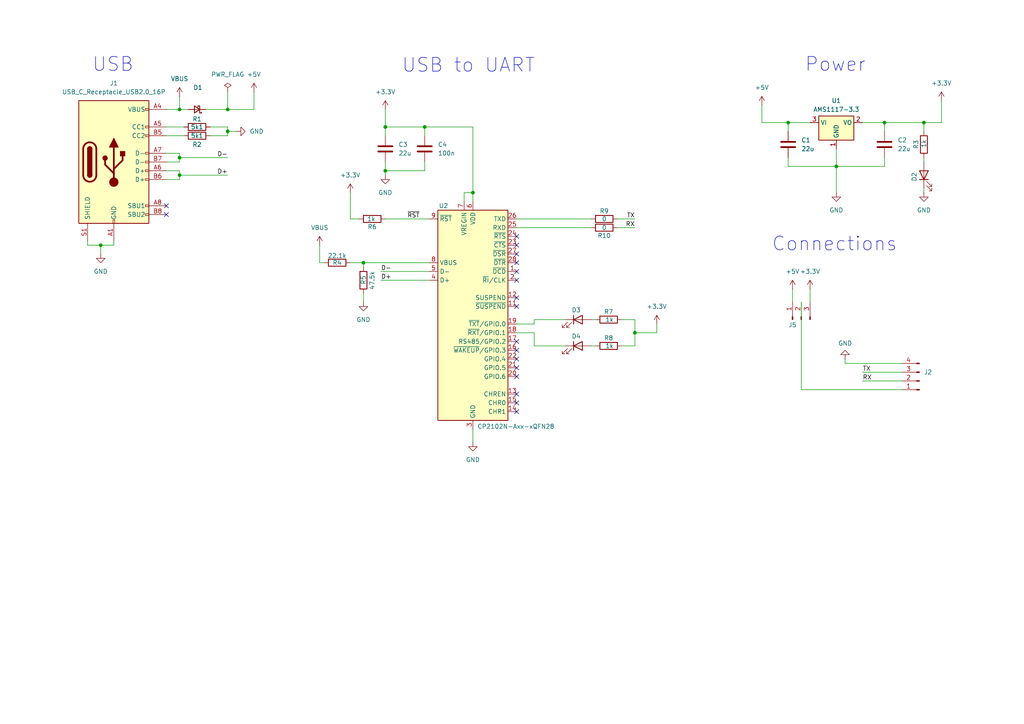
<source format=kicad_sch>
(kicad_sch (version 20250114) (generator "eeschema") (generator_version "9.0")
  (paper "A4")
  (lib_symbols
    (symbol "Connector:Conn_01x03_Pin" (pin_names (offset 1.016) (hide yes))
      (property "Reference" "J" (at 0 5.08 0))
      (property "Value" "Conn_01x03_Pin" (at 0 -5.08 0))
      (symbol "Conn_01x03_Pin_1_1"
        (rectangle (start 0.8636 2.667) (end 0 2.413) (stroke (width 0.1524)) (fill (type outline)))
        (rectangle (start 0.8636 0.127) (end 0 -0.127) (stroke (width 0.1524)) (fill (type outline)))
        (rectangle (start 0.8636 -2.413) (end 0 -2.667) (stroke (width 0.1524)) (fill (type outline)))
        (polyline (pts (xy 1.27 2.54) (xy 0.8636 2.54)) (stroke (width 0.1524)))
        (polyline (pts (xy 1.27 0) (xy 0.8636 0)) (stroke (width 0.1524)))
        (polyline (pts (xy 1.27 -2.54) (xy 0.8636 -2.54)) (stroke (width 0.1524)))
        (pin passive line (at 5.08 2.54 180) (length 3.81) (name "Pin_1") (number "1"))
        (pin passive line (at 5.08 0 180) (length 3.81) (name "Pin_2") (number "2"))
        (pin passive line (at 5.08 -2.54 180) (length 3.81) (name "Pin_3") (number "3"))
      )
    )
    (symbol "Connector:Conn_01x04_Pin" (pin_names (offset 1.016) (hide yes))
      (property "Reference" "J" (at 0 5.08 0))
      (property "Value" "Conn_01x04_Pin" (at 0 -7.62 0))
      (symbol "Conn_01x04_Pin_1_1"
        (rectangle (start 0.8636 2.667) (end 0 2.413) (stroke (width 0.1524)) (fill (type outline)))
        (rectangle (start 0.8636 0.127) (end 0 -0.127) (stroke (width 0.1524)) (fill (type outline)))
        (rectangle (start 0.8636 -2.413) (end 0 -2.667) (stroke (width 0.1524)) (fill (type outline)))
        (rectangle (start 0.8636 -4.953) (end 0 -5.207) (stroke (width 0.1524)) (fill (type outline)))
        (polyline (pts (xy 1.27 2.54) (xy 0.8636 2.54)) (stroke (width 0.1524)))
        (polyline (pts (xy 1.27 0) (xy 0.8636 0)) (stroke (width 0.1524)))
        (polyline (pts (xy 1.27 -2.54) (xy 0.8636 -2.54)) (stroke (width 0.1524)))
        (polyline (pts (xy 1.27 -5.08) (xy 0.8636 -5.08)) (stroke (width 0.1524)))
        (pin passive line (at 5.08 2.54 180) (length 3.81) (name "Pin_1") (number "1"))
        (pin passive line (at 5.08 0 180) (length 3.81) (name "Pin_2") (number "2"))
        (pin passive line (at 5.08 -2.54 180) (length 3.81) (name "Pin_3") (number "3"))
        (pin passive line (at 5.08 -5.08 180) (length 3.81) (name "Pin_4") (number "4"))
      )
    )
    (symbol "Connector:USB_C_Receptacle_USB2.0_16P" (pin_names (offset 1.016))
      (property "Reference" "J" (at 0 22.225 0))
      (property "Value" "USB_C_Receptacle_USB2.0_16P" (at 0 19.685 0))
      (symbol "USB_C_Receptacle_USB2.0_16P_0_0"
        (rectangle (start -0.254 -17.78) (end 0.254 -16.764))
        (rectangle (start 10.16 15.494) (end 9.144 14.986))
        (rectangle (start 10.16 10.414) (end 9.144 9.906))
        (rectangle (start 10.16 7.874) (end 9.144 7.366))
        (rectangle (start 10.16 2.794) (end 9.144 2.286))
        (rectangle (start 10.16 0.254) (end 9.144 -0.254))
        (rectangle (start 10.16 -2.286) (end 9.144 -2.794))
        (rectangle (start 10.16 -4.826) (end 9.144 -5.334))
        (rectangle (start 10.16 -12.446) (end 9.144 -12.954))
        (rectangle (start 10.16 -14.986) (end 9.144 -15.494))
      )
      (symbol "USB_C_Receptacle_USB2.0_16P_0_1"
        (rectangle (start -10.16 17.78) (end 10.16 -17.78) (stroke (width 0.254)) (fill (type background)))
        (polyline (pts (xy -8.89 -3.81) (xy -8.89 3.81)) (stroke (width 0.508)))
        (rectangle (start -7.62 -3.81) (end -6.35 3.81) (stroke (width 0.254)) (fill (type outline)))
        (arc (start -7.62 3.81) (mid -6.985 4.4423) (end -6.35 3.81) (stroke (width 0.254)))
        (arc (start -7.62 3.81) (mid -6.985 4.4423) (end -6.35 3.81) (stroke (width 0.254)) (fill (type outline)))
        (arc (start -8.89 3.81) (mid -6.985 5.7067) (end -5.08 3.81) (stroke (width 0.508)))
        (arc (start -5.08 -3.81) (mid -6.985 -5.7067) (end -8.89 -3.81) (stroke (width 0.508)))
        (arc (start -6.35 -3.81) (mid -6.985 -4.4423) (end -7.62 -3.81) (stroke (width 0.254)))
        (arc (start -6.35 -3.81) (mid -6.985 -4.4423) (end -7.62 -3.81) (stroke (width 0.254)) (fill (type outline)))
        (polyline (pts (xy -5.08 3.81) (xy -5.08 -3.81)) (stroke (width 0.508)))
        (circle (center -2.54 1.143) (radius 0.635) (stroke (width 0.254)) (fill (type outline)))
        (polyline (pts (xy -1.27 4.318) (xy 0 6.858) (xy 1.27 4.318) (xy -1.27 4.318)) (stroke (width 0.254)) (fill (type outline)))
        (polyline (pts (xy 0 -2.032) (xy 2.54 0.508) (xy 2.54 1.778)) (stroke (width 0.508)))
        (polyline (pts (xy 0 -3.302) (xy -2.54 -0.762) (xy -2.54 0.508)) (stroke (width 0.508)))
        (polyline (pts (xy 0 -5.842) (xy 0 4.318)) (stroke (width 0.508)))
        (circle (center 0 -5.842) (radius 1.27) (fill (type outline)))
        (rectangle (start 1.905 1.778) (end 3.175 3.048) (stroke (width 0.254)) (fill (type outline)))
      )
      (symbol "USB_C_Receptacle_USB2.0_16P_1_1"
        (pin passive line (at -7.62 -22.86 90) (length 5.08) (name "SHIELD") (number "S1"))
        (pin passive line (at 0 -22.86 90) (length 5.08) (name "GND") (number "A1"))
        (pin passive line (at 0 -22.86 90) (length 5.08) (hide yes) (name "GND") (number "A12"))
        (pin passive line (at 0 -22.86 90) (length 5.08) (hide yes) (name "GND") (number "B1"))
        (pin passive line (at 0 -22.86 90) (length 5.08) (hide yes) (name "GND") (number "B12"))
        (pin passive line (at 15.24 15.24 180) (length 5.08) (name "VBUS") (number "A4"))
        (pin passive line (at 15.24 15.24 180) (length 5.08) (hide yes) (name "VBUS") (number "A9"))
        (pin passive line (at 15.24 15.24 180) (length 5.08) (hide yes) (name "VBUS") (number "B4"))
        (pin passive line (at 15.24 15.24 180) (length 5.08) (hide yes) (name "VBUS") (number "B9"))
        (pin bidirectional line (at 15.24 10.16 180) (length 5.08) (name "CC1") (number "A5"))
        (pin bidirectional line (at 15.24 7.62 180) (length 5.08) (name "CC2") (number "B5"))
        (pin bidirectional line (at 15.24 2.54 180) (length 5.08) (name "D-") (number "A7"))
        (pin bidirectional line (at 15.24 0 180) (length 5.08) (name "D-") (number "B7"))
        (pin bidirectional line (at 15.24 -2.54 180) (length 5.08) (name "D+") (number "A6"))
        (pin bidirectional line (at 15.24 -5.08 180) (length 5.08) (name "D+") (number "B6"))
        (pin bidirectional line (at 15.24 -12.7 180) (length 5.08) (name "SBU1") (number "A8"))
        (pin bidirectional line (at 15.24 -15.24 180) (length 5.08) (name "SBU2") (number "B8"))
      )
    )
    (symbol "Device:C" (pin_numbers (hide yes)) (pin_names (offset 0.254))
      (property "Reference" "C" (at 0.635 2.54 0))
      (property "Value" "C" (at 0.635 -2.54 0))
      (symbol "C_0_1"
        (polyline (pts (xy -2.032 0.762) (xy 2.032 0.762)) (stroke (width 0.508)))
        (polyline (pts (xy -2.032 -0.762) (xy 2.032 -0.762)) (stroke (width 0.508)))
      )
      (symbol "C_1_1"
        (pin passive line (at 0 3.81 270) (length 2.794) (name "~") (number "1"))
        (pin passive line (at 0 -3.81 90) (length 2.794) (name "~") (number "2"))
      )
    )
    (symbol "Device:D_Schottky_Small" (pin_numbers (hide yes)) (pin_names (offset 0.254) (hide yes))
      (property "Reference" "D" (at -1.27 2.032 0))
      (property "Value" "D_Schottky_Small" (at -7.112 -2.032 0))
      (symbol "D_Schottky_Small_0_1"
        (polyline (pts (xy -1.27 0.762) (xy -1.27 1.016) (xy -0.762 1.016) (xy -0.762 -1.016) (xy -0.254 -1.016) (xy -0.254 -0.762)) (stroke (width 0.254)))
        (polyline (pts (xy -0.762 0) (xy 0.762 0)))
        (polyline (pts (xy 0.762 -1.016) (xy -0.762 0) (xy 0.762 1.016) (xy 0.762 -1.016)) (stroke (width 0.254)))
      )
      (symbol "D_Schottky_Small_1_1"
        (pin passive line (at -2.54 0 0) (length 1.778) (name "K") (number "1"))
        (pin passive line (at 2.54 0 180) (length 1.778) (name "A") (number "2"))
      )
    )
    (symbol "Device:R" (pin_numbers (hide yes)) (pin_names (offset 0))
      (property "Reference" "R" (at 2.032 0 90))
      (property "Value" "R" (at 0 0 90))
      (symbol "R_0_1"
        (rectangle (start -1.016 -2.54) (end 1.016 2.54) (stroke (width 0.254)))
      )
      (symbol "R_1_1"
        (pin passive line (at 0 3.81 270) (length 1.27) (name "~") (number "1"))
        (pin passive line (at 0 -3.81 90) (length 1.27) (name "~") (number "2"))
      )
    )
    (symbol "GND_2" (power) (pin_numbers (hide yes)) (pin_names (offset 0) (hide yes))
      (property "Value" "GND" (at 0 -3.81 0))
      (symbol "GND_2_0_1"
        (polyline (pts (xy 0 0) (xy 0 -1.27) (xy 1.27 -1.27) (xy 0 -2.54) (xy -1.27 -1.27) (xy 0 -1.27)))
      )
      (symbol "GND_2_1_1"
        (pin power_in line (at 0 0 270) (length 0) (name "~") (number "1"))
      )
    )
    (symbol "HomeLabIO:LED" (pin_numbers (hide yes)) (pin_names (hide yes))
      (property "Reference" "D" (at 0 2.54 0))
      (property "Value" "LED" (at 0 -2.54 0))
      (symbol "LED_0_1"
        (polyline (pts (xy -3.048 -0.762) (xy -4.572 -2.286) (xy -3.81 -2.286) (xy -4.572 -2.286) (xy -4.572 -1.524)))
        (polyline (pts (xy -1.778 -0.762) (xy -3.302 -2.286) (xy -2.54 -2.286) (xy -3.302 -2.286) (xy -3.302 -1.524)))
        (polyline (pts (xy -1.27 0) (xy 1.27 0)))
        (polyline (pts (xy -1.27 -1.27) (xy -1.27 1.27)) (stroke (width 0.254)))
        (polyline (pts (xy 1.27 -1.27) (xy 1.27 1.27) (xy -1.27 0) (xy 1.27 -1.27)) (stroke (width 0.254)))
      )
      (symbol "LED_1_1"
        (pin passive line (at -3.81 0 0) (length 2.54) (name "K") (number "1"))
        (pin passive line (at 3.81 0 180) (length 2.54) (name "A") (number "2"))
      )
    )
    (symbol "HomeLabIO:R" (pin_numbers (hide yes)) (pin_names (offset 0))
      (property "Reference" "R" (at 2.032 0 90))
      (property "Value" "R" (at 0 0 90))
      (symbol "R_0_1"
        (rectangle (start -1.016 -2.54) (end 1.016 2.54) (stroke (width 0.254)))
      )
      (symbol "R_1_1"
        (pin passive line (at 0 3.81 270) (length 1.27) (name "~") (number "1"))
        (pin passive line (at 0 -3.81 90) (length 1.27) (name "~") (number "2"))
      )
    )
    (symbol "Interface_USB:CP2102N-Axx-xQFN28"
      (property "Reference" "U" (at -8.89 31.75 0))
      (property "Value" "CP2102N-Axx-xQFN28" (at 12.7 31.75 0))
      (symbol "CP2102N-Axx-xQFN28_0_1"
        (rectangle (start -10.16 30.48) (end 10.16 -30.48) (stroke (width 0.254)) (fill (type background)))
      )
      (symbol "CP2102N-Axx-xQFN28_1_1"
        (pin input line (at -12.7 27.94 0) (length 2.54) (name "~{RST}") (number "9"))
        (pin input line (at -12.7 15.24 0) (length 2.54) (name "VBUS") (number "8"))
        (pin bidirectional line (at -12.7 12.7 0) (length 2.54) (name "D-") (number "5"))
        (pin bidirectional line (at -12.7 10.16 0) (length 2.54) (name "D+") (number "4"))
        (pin no_connect line (at -10.16 -27.94 0) (length 2.54) (hide yes) (name "NC") (number "10"))
        (pin power_in line (at -2.54 33.02 270) (length 2.54) (name "VREGIN") (number "7"))
        (pin power_in line (at 0 33.02 270) (length 2.54) (name "VDD") (number "6"))
        (pin passive line (at 0 -33.02 90) (length 2.54) (hide yes) (name "GND") (number "29"))
        (pin power_in line (at 0 -33.02 90) (length 2.54) (name "GND") (number "3"))
        (pin output line (at 12.7 27.94 180) (length 2.54) (name "TXD") (number "26"))
        (pin input line (at 12.7 25.4 180) (length 2.54) (name "RXD") (number "25"))
        (pin output line (at 12.7 22.86 180) (length 2.54) (name "~{RTS}") (number "24"))
        (pin input line (at 12.7 20.32 180) (length 2.54) (name "~{CTS}") (number "23"))
        (pin input line (at 12.7 17.78 180) (length 2.54) (name "~{DSR}") (number "27"))
        (pin output line (at 12.7 15.24 180) (length 2.54) (name "~{DTR}") (number "28"))
        (pin input line (at 12.7 12.7 180) (length 2.54) (name "~{DCD}") (number "1"))
        (pin bidirectional line (at 12.7 10.16 180) (length 2.54) (name "~{RI}/CLK") (number "2"))
        (pin output line (at 12.7 5.08 180) (length 2.54) (name "SUSPEND") (number "12"))
        (pin output line (at 12.7 2.54 180) (length 2.54) (name "~{SUSPEND}") (number "11"))
        (pin bidirectional line (at 12.7 -2.54 180) (length 2.54) (name "~{TXT}/GPIO.0") (number "19"))
        (pin bidirectional line (at 12.7 -5.08 180) (length 2.54) (name "~{RXT}/GPIO.1") (number "18"))
        (pin bidirectional line (at 12.7 -7.62 180) (length 2.54) (name "RS485/GPIO.2") (number "17"))
        (pin bidirectional line (at 12.7 -10.16 180) (length 2.54) (name "~{WAKEUP}/GPIO.3") (number "16"))
        (pin bidirectional line (at 12.7 -12.7 180) (length 2.54) (name "GPIO.4") (number "22"))
        (pin bidirectional line (at 12.7 -15.24 180) (length 2.54) (name "GPIO.5") (number "21"))
        (pin bidirectional line (at 12.7 -17.78 180) (length 2.54) (name "GPIO.6") (number "20"))
        (pin output line (at 12.7 -22.86 180) (length 2.54) (name "CHREN") (number "13"))
        (pin output line (at 12.7 -25.4 180) (length 2.54) (name "CHR0") (number "15"))
        (pin output line (at 12.7 -27.94 180) (length 2.54) (name "CHR1") (number "14"))
      )
    )
    (symbol "Regulator_Linear:AMS1117-3.3"
      (property "Reference" "U" (at -3.81 3.175 0))
      (property "Value" "AMS1117-3.3" (at 0 3.175 0))
      (symbol "AMS1117-3.3_0_1"
        (rectangle (start -5.08 -5.08) (end 5.08 1.905) (stroke (width 0.254)) (fill (type background)))
      )
      (symbol "AMS1117-3.3_1_1"
        (pin power_in line (at -7.62 0 0) (length 2.54) (name "VI") (number "3"))
        (pin power_in line (at 0 -7.62 90) (length 2.54) (name "GND") (number "1"))
        (pin power_out line (at 7.62 0 180) (length 2.54) (name "VO") (number "2"))
      )
    )
    (symbol "power:+3.3V" (power) (pin_numbers (hide yes)) (pin_names (offset 0) (hide yes))
      (property "Value" "+3.3V" (at 0 3.556 0))
      (symbol "+3.3V_0_1"
        (polyline (pts (xy -0.762 1.27) (xy 0 2.54)))
        (polyline (pts (xy 0 2.54) (xy 0.762 1.27)))
        (polyline (pts (xy 0 0) (xy 0 2.54)))
      )
      (symbol "+3.3V_1_1"
        (pin power_in line (at 0 0 90) (length 0) (name "~") (number "1"))
      )
    )
    (symbol "power:+5V" (power) (pin_numbers (hide yes)) (pin_names (offset 0) (hide yes))
      (property "Value" "+5V" (at 0 3.556 0))
      (symbol "+5V_0_1"
        (polyline (pts (xy -0.762 1.27) (xy 0 2.54)))
        (polyline (pts (xy 0 2.54) (xy 0.762 1.27)))
        (polyline (pts (xy 0 0) (xy 0 2.54)))
      )
      (symbol "+5V_1_1"
        (pin power_in line (at 0 0 90) (length 0) (name "~") (number "1"))
      )
    )
    (symbol "power:GND" (power) (pin_numbers (hide yes)) (pin_names (offset 0) (hide yes))
      (property "Value" "GND" (at 0 -3.81 0))
      (symbol "GND_0_1"
        (polyline (pts (xy 0 0) (xy 0 -1.27) (xy 1.27 -1.27) (xy 0 -2.54) (xy -1.27 -1.27) (xy 0 -1.27)))
      )
      (symbol "GND_1_1"
        (pin power_in line (at 0 0 270) (length 0) (name "~") (number "1"))
      )
    )
    (symbol "power:PWR_FLAG" (power) (pin_numbers (hide yes)) (pin_names (offset 0) (hide yes))
      (property "Value" "PWR_FLAG" (at 0 3.81 0))
      (symbol "PWR_FLAG_0_0"
        (pin power_out line (at 0 0 90) (length 0) (name "~") (number "1"))
      )
      (symbol "PWR_FLAG_0_1"
        (polyline (pts (xy 0 0) (xy 0 1.27) (xy -1.016 1.905) (xy 0 2.54) (xy 1.016 1.905) (xy 0 1.27)))
      )
    )
    (symbol "power:VBUS" (power) (pin_numbers (hide yes)) (pin_names (offset 0) (hide yes))
      (property "Value" "VBUS" (at 0 3.556 0))
      (symbol "VBUS_0_1"
        (polyline (pts (xy -0.762 1.27) (xy 0 2.54)))
        (polyline (pts (xy 0 2.54) (xy 0.762 1.27)))
        (polyline (pts (xy 0 0) (xy 0 2.54)))
      )
      (symbol "VBUS_1_1"
        (pin power_in line (at 0 0 90) (length 0) (name "~") (number "1"))
      )
    )
  )
  (text "Connections" (at 242.062 70.866 0) (effects (font (size 4 4))))
  (text "USB" (at 32.766 18.796 0) (effects (font (size 4 4))))
  (text "Power" (at 242.316 18.796 0) (effects (font (size 4 4))))
  (text "USB to UART" (at 135.89 19.05 0) (effects (font (size 4 4))))
  (junction (at 123.19 36.83))
  (junction (at 111.76 49.53))
  (junction (at 184.15 96.52))
  (junction (at 52.07 50.8))
  (junction (at 29.21 71.12))
  (junction (at 66.04 38.1))
  (junction (at 111.76 36.83))
  (junction (at 267.97 35.56))
  (junction (at 105.41 76.2))
  (junction (at 242.57 48.26))
  (junction (at 66.04 31.75))
  (junction (at 137.16 55.88))
  (junction (at 52.07 31.75))
  (junction (at 256.54 35.56))
  (junction (at 52.07 45.72))
  (junction (at 228.6 35.56))
  (no_connect (at 149.86 71.12))
  (no_connect (at 149.86 101.6))
  (no_connect (at 149.86 99.06))
  (no_connect (at 149.86 104.14))
  (no_connect (at 149.86 119.38))
  (no_connect (at 149.86 73.66))
  (no_connect (at 149.86 114.3))
  (no_connect (at 149.86 68.58))
  (no_connect (at 149.86 116.84))
  (no_connect (at 149.86 78.74))
  (no_connect (at 149.86 76.2))
  (no_connect (at 48.26 62.23))
  (no_connect (at 48.26 59.69))
  (no_connect (at 149.86 81.28))
  (no_connect (at 149.86 109.22))
  (no_connect (at 149.86 88.9))
  (no_connect (at 149.86 86.36))
  (no_connect (at 149.86 106.68))
  (wire (pts (xy 228.6 35.56) (xy 228.6 38.1)))
  (wire (pts (xy 256.54 35.56) (xy 256.54 38.1)))
  (wire (pts (xy 66.04 39.37) (xy 66.04 38.1)))
  (wire (pts (xy 228.6 45.72) (xy 228.6 48.26)))
  (wire (pts (xy 149.86 96.52) (xy 154.94 96.52)))
  (wire (pts (xy 29.21 71.12) (xy 33.02 71.12)))
  (wire (pts (xy 110.49 78.74) (xy 124.46 78.74)))
  (wire (pts (xy 92.71 71.12) (xy 92.71 76.2)))
  (wire (pts (xy 220.98 35.56) (xy 228.6 35.56)))
  (wire (pts (xy 232.41 87.63) (xy 232.41 113.03)))
  (wire (pts (xy 48.26 49.53) (xy 52.07 49.53)))
  (wire (pts (xy 232.41 113.03) (xy 261.62 113.03)))
  (wire (pts (xy 52.07 45.72) (xy 66.04 45.72)))
  (wire (pts (xy 245.11 104.14) (xy 245.11 105.41)))
  (wire (pts (xy 180.34 92.71) (xy 184.15 92.71)))
  (wire (pts (xy 52.07 45.72) (xy 52.07 46.99)))
  (wire (pts (xy 111.76 36.83) (xy 123.19 36.83)))
  (wire (pts (xy 134.62 58.42) (xy 134.62 55.88)))
  (wire (pts (xy 52.07 52.07) (xy 48.26 52.07)))
  (wire (pts (xy 59.69 31.75) (xy 66.04 31.75)))
  (wire (pts (xy 229.87 83.82) (xy 229.87 87.63)))
  (wire (pts (xy 105.41 76.2) (xy 105.41 77.47)))
  (wire (pts (xy 33.02 69.85) (xy 33.02 71.12)))
  (wire (pts (xy 149.86 66.04) (xy 171.45 66.04)))
  (wire (pts (xy 179.07 63.5) (xy 184.15 63.5)))
  (wire (pts (xy 273.05 35.56) (xy 273.05 29.21)))
  (wire (pts (xy 111.76 49.53) (xy 111.76 50.8)))
  (wire (pts (xy 48.26 39.37) (xy 53.34 39.37)))
  (wire (pts (xy 93.98 76.2) (xy 92.71 76.2)))
  (wire (pts (xy 184.15 92.71) (xy 184.15 96.52)))
  (wire (pts (xy 256.54 45.72) (xy 256.54 48.26)))
  (wire (pts (xy 66.04 36.83) (xy 66.04 38.1)))
  (wire (pts (xy 228.6 48.26) (xy 242.57 48.26)))
  (wire (pts (xy 242.57 43.18) (xy 242.57 48.26)))
  (wire (pts (xy 52.07 31.75) (xy 54.61 31.75)))
  (wire (pts (xy 171.45 92.71) (xy 172.72 92.71)))
  (wire (pts (xy 184.15 100.33) (xy 184.15 96.52)))
  (wire (pts (xy 111.76 31.75) (xy 111.76 36.83)))
  (wire (pts (xy 29.21 71.12) (xy 29.21 73.66)))
  (wire (pts (xy 25.4 71.12) (xy 25.4 69.85)))
  (wire (pts (xy 250.19 107.95) (xy 261.62 107.95)))
  (wire (pts (xy 154.94 100.33) (xy 163.83 100.33)))
  (wire (pts (xy 52.07 50.8) (xy 52.07 52.07)))
  (wire (pts (xy 25.4 71.12) (xy 29.21 71.12)))
  (wire (pts (xy 48.26 31.75) (xy 52.07 31.75)))
  (wire (pts (xy 267.97 54.61) (xy 267.97 55.88)))
  (wire (pts (xy 171.45 100.33) (xy 172.72 100.33)))
  (wire (pts (xy 137.16 124.46) (xy 137.16 128.27)))
  (wire (pts (xy 137.16 58.42) (xy 137.16 55.88)))
  (wire (pts (xy 250.19 110.49) (xy 261.62 110.49)))
  (wire (pts (xy 104.14 63.5) (xy 101.6 63.5)))
  (wire (pts (xy 245.11 105.41) (xy 261.62 105.41)))
  (wire (pts (xy 123.19 49.53) (xy 111.76 49.53)))
  (wire (pts (xy 267.97 35.56) (xy 267.97 38.1)))
  (wire (pts (xy 52.07 49.53) (xy 52.07 50.8)))
  (wire (pts (xy 180.34 100.33) (xy 184.15 100.33)))
  (wire (pts (xy 242.57 48.26) (xy 256.54 48.26)))
  (wire (pts (xy 111.76 46.99) (xy 111.76 49.53)))
  (wire (pts (xy 220.98 30.48) (xy 220.98 35.56)))
  (wire (pts (xy 110.49 81.28) (xy 124.46 81.28)))
  (wire (pts (xy 154.94 96.52) (xy 154.94 100.33)))
  (wire (pts (xy 228.6 35.56) (xy 234.95 35.56)))
  (wire (pts (xy 101.6 55.88) (xy 101.6 63.5)))
  (wire (pts (xy 73.66 31.75) (xy 66.04 31.75)))
  (wire (pts (xy 250.19 35.56) (xy 256.54 35.56)))
  (wire (pts (xy 137.16 36.83) (xy 123.19 36.83)))
  (wire (pts (xy 190.5 93.98) (xy 190.5 96.52)))
  (wire (pts (xy 48.26 36.83) (xy 53.34 36.83)))
  (wire (pts (xy 154.94 92.71) (xy 163.83 92.71)))
  (wire (pts (xy 123.19 46.99) (xy 123.19 49.53)))
  (wire (pts (xy 179.07 66.04) (xy 184.15 66.04)))
  (wire (pts (xy 111.76 63.5) (xy 124.46 63.5)))
  (wire (pts (xy 105.41 76.2) (xy 124.46 76.2)))
  (wire (pts (xy 123.19 36.83) (xy 123.19 39.37)))
  (wire (pts (xy 242.57 48.26) (xy 242.57 55.88)))
  (wire (pts (xy 73.66 26.67) (xy 73.66 31.75)))
  (wire (pts (xy 68.58 38.1) (xy 66.04 38.1)))
  (wire (pts (xy 149.86 93.98) (xy 154.94 93.98)))
  (wire (pts (xy 66.04 26.67) (xy 66.04 31.75)))
  (wire (pts (xy 234.95 83.82) (xy 234.95 87.63)))
  (wire (pts (xy 256.54 35.56) (xy 267.97 35.56)))
  (wire (pts (xy 184.15 96.52) (xy 190.5 96.52)))
  (wire (pts (xy 267.97 46.99) (xy 267.97 45.72)))
  (wire (pts (xy 60.96 39.37) (xy 66.04 39.37)))
  (wire (pts (xy 101.6 76.2) (xy 105.41 76.2)))
  (wire (pts (xy 111.76 36.83) (xy 111.76 39.37)))
  (wire (pts (xy 52.07 46.99) (xy 48.26 46.99)))
  (wire (pts (xy 105.41 85.09) (xy 105.41 87.63)))
  (wire (pts (xy 149.86 63.5) (xy 171.45 63.5)))
  (wire (pts (xy 48.26 44.45) (xy 52.07 44.45)))
  (wire (pts (xy 52.07 50.8) (xy 66.04 50.8)))
  (wire (pts (xy 134.62 55.88) (xy 137.16 55.88)))
  (wire (pts (xy 52.07 44.45) (xy 52.07 45.72)))
  (wire (pts (xy 52.07 27.94) (xy 52.07 31.75)))
  (wire (pts (xy 154.94 93.98) (xy 154.94 92.71)))
  (wire (pts (xy 60.96 36.83) (xy 66.04 36.83)))
  (wire (pts (xy 267.97 35.56) (xy 273.05 35.56)))
  (wire (pts (xy 137.16 55.88) (xy 137.16 36.83)))
  (label "TX" (at 184.15 63.5 180))
  (label "D-" (at 66.04 45.72 180))
  (label "~{RST}" (at 118.11 63.5 0))
  (label "D+" (at 110.49 81.28 0))
  (label "D+" (at 66.04 50.8 180))
  (label "TX" (at 250.19 107.95 0))
  (label "RX" (at 250.19 110.49 0))
  (label "RX" (at 184.15 66.04 180))
  (label "D-" (at 110.49 78.74 0))
  (symbol (lib_id "power:+3.3V") (at 234.95 83.82 0) (unit 1)
    (property "Reference" "#PWR013" (effects (hide yes)))
    (property "Value" "+3.3V" (at 234.95 78.74 0))
    (property "Description" "Power symbol creates a global label with name \"+3.3V\"" (effects (hide yes)))
  )
  (symbol (lib_id "Device:C") (at 256.54 41.91 0) (unit 1)
    (property "Reference" "C2" (at 260.35 40.6399 0) (effects (justify left)))
    (property "Value" "22u" (at 260.35 43.1799 0) (effects (justify left)))
    (property "Footprint" "Capacitor_SMD:C_0603_1608Metric" (effects (hide yes)))
    (property "Datasheet" "https://jlcpcb.com/api/file/downloadByFileSystemAccessId/8555544417670705152" (effects (hide yes)))
    (property "Description" "6.3V 22uF X5R ±20% 0603 Multilayer Ceramic Capacitors MLCC - SMD/SMT ROHS" (effects (hide yes)))
    (property "Manufacturer" "Samsung Electro-Mechanics" (effects (hide yes)))
    (property "MPN" "CL10A226MQ8NRNC" (effects (hide yes)))
    (property "JLCPCB Part #" "C59461" (effects (hide yes)))
  )
  (symbol (lib_id "power:GND") (at 245.11 104.14 180) (unit 1)
    (property "Reference" "#PWR015" (effects (hide yes)))
    (property "Value" "GND" (at 243.078 99.568 0) (effects (justify right)))
    (property "Description" "Power symbol creates a global label with name \"GND\" , ground" (effects (hide yes)))
  )
  (symbol (lib_id "power:PWR_FLAG") (at 66.04 26.67 0) (unit 1)
    (property "Reference" "#FLG01" (effects (hide yes)))
    (property "Value" "PWR_FLAG" (at 66.04 21.59 0))
    (property "Description" "Special symbol for telling ERC where power comes from" (effects (hide yes)))
  )
  (symbol (lib_id "power:GND") (at 68.58 38.1 90) (unit 1)
    (property "Reference" "#PWR06" (effects (hide yes)))
    (property "Value" "GND" (at 72.39 38.0999 90) (effects (justify right)))
    (property "Description" "Power symbol creates a global label with name \"GND\" , ground" (effects (hide yes)))
  )
  (symbol (lib_id "power:+3.3V") (at 190.5 93.98 0) (unit 1)
    (property "Reference" "#PWR018" (effects (hide yes)))
    (property "Value" "+3.3V" (at 190.5 88.9 0))
    (property "Description" "Power symbol creates a global label with name \"+3.3V\"" (effects (hide yes)))
  )
  (symbol (lib_id "HomeLabIO:R") (at 175.26 66.04 270) (unit 1)
    (property "Reference" "R10" (at 175.26 68.326 90))
    (property "Value" "0" (at 175.26 66.04 90))
    (property "Footprint" "Resistor_SMD:R_0402_1005Metric" (effects (hide yes)))
    (property "Datasheet" "https://jlcpcb.com/api/file/downloadByFileSystemAccessId/8588884002644643840" (effects (hide yes)))
    (property "Description" "62.5mW Thick Film Resistors 50V ±5% 0Ω 0402 Chip Resistor - Surface Mount ROHS" (effects (hide yes)))
    (property "Manufacturer" "YAGEO" (effects (hide yes)))
    (property "MPN" "RC0402JR-070RL" (effects (hide yes)))
    (property "JLCPCB Part #" "C60485" (effects (hide yes)))
  )
  (symbol (lib_id "power:GND") (at 29.21 73.66 0) (unit 1)
    (property "Reference" "#PWR010" (effects (hide yes)))
    (property "Value" "GND" (at 29.21 78.74 0))
    (property "Description" "Power symbol creates a global label with name \"GND\" , ground" (effects (hide yes)))
  )
  (symbol (lib_id "HomeLabIO:R") (at 267.97 41.91 180) (unit 1)
    (property "Reference" "R3" (at 265.684 41.91 90))
    (property "Value" "1k" (at 267.97 41.656 90))
    (property "Footprint" "Resistor_SMD:R_0402_1005Metric" (effects (hide yes)))
    (property "Datasheet" "https://www.lcsc.com/datasheet/lcsc_datasheet_2304140030_KOA-Speer-Elec-RK73H1ETTP1001F_C131360.pdf" (effects (hide yes)))
    (property "Description" "100mW Thick Film Resistors 75V ±100ppm/℃ ±1% 1kΩ 0402 Chip Resistor - Surface Mount ROHS" (effects (hide yes)))
    (property "MPN" "RK73H1ETTP1001F" (effects (hide yes)))
    (property "Manufacturer" "KOA Speer Elec" (effects (hide yes)))
    (property "JLCPCB Part #" "C131360" (effects (hide yes)))
  )
  (symbol (lib_id "Device:D_Schottky_Small") (at 57.15 31.75 180) (unit 1)
    (property "Reference" "D1" (at 57.404 25.4 0))
    (property "Value" "D_Schottky_Small" (effects (hide yes)))
    (property "Footprint" "Diode_SMD:D_SOD-323" (effects (hide yes)))
    (property "Datasheet" "https://jlcpcb.com/api/file/downloadByFileSystemAccessId/8586186112896782336" (effects (hide yes)))
    (property "Description" "30V 550mV@1A 1A SOD-323 Schottky Diodes ROHS" (effects (hide yes)))
    (property "Manufacturer" "Diodes Incorporated" (effects (hide yes)))
    (property "MPN" "BAT760-7" (effects (hide yes)))
    (property "JLCPCB Part #" "C124187" (effects (hide yes)))
  )
  (symbol (lib_id "Interface_USB:CP2102N-Axx-xQFN28") (at 137.16 91.44 0) (unit 1)
    (property "Reference" "U2" (at 127.254 59.69 0) (effects (justify left)))
    (property "Value" "CP2102N-Axx-xQFN28" (at 138.43 123.698 0) (effects (justify left)))
    (property "Footprint" "Package_DFN_QFN:QFN-28-1EP_5x5mm_P0.5mm_EP3.35x3.35mm" (effects (hide yes)))
    (property "Datasheet" "https://www.silabs.com/documents/public/data-sheets/cp2102n-datasheet.pdf" (effects (hide yes)))
    (property "Description" "USB to UART master bridge, QFN-28" (effects (hide yes)))
    (property "Manufacturer" "SKYWORKS/SILICON LABS" (effects (hide yes)))
    (property "MPN" "CP2102N-A02-GQFN28R" (effects (hide yes)))
    (property "JLCPCB Part #" "C964632" (effects (hide yes)))
  )
  (symbol (lib_id "Device:C") (at 111.76 43.18 0) (unit 1)
    (property "Reference" "C3" (at 115.57 41.9099 0) (effects (justify left)))
    (property "Value" "22u" (at 115.57 44.4499 0) (effects (justify left)))
    (property "Footprint" "Capacitor_SMD:C_0603_1608Metric" (effects (hide yes)))
    (property "Datasheet" "https://jlcpcb.com/api/file/downloadByFileSystemAccessId/8555544417670705152" (effects (hide yes)))
    (property "Description" "6.3V 22uF X5R ±20% 0603 Multilayer Ceramic Capacitors MLCC - SMD/SMT ROHS" (effects (hide yes)))
    (property "Manufacturer" "Samsung Electro-Mechanics" (effects (hide yes)))
    (property "MPN" "CL10A226MQ8NRNC" (effects (hide yes)))
    (property "JLCPCB Part #" "C59461" (effects (hide yes)))
  )
  (symbol (lib_id "power:+5V") (at 220.98 30.48 0) (unit 1)
    (property "Reference" "#PWR04" (effects (hide yes)))
    (property "Value" "+5V" (at 220.98 25.4 0))
    (property "Description" "Power symbol creates a global label with name \"+5V\"" (effects (hide yes)))
  )
  (symbol (lib_id "Device:R") (at 97.79 76.2 90) (unit 1)
    (property "Reference" "R4" (at 97.79 76.2 90))
    (property "Value" "22.1k" (at 97.79 74.168 90))
    (property "Footprint" "Resistor_SMD:R_0402_1005Metric" (effects (hide yes)))
    (property "Datasheet" "https://jlcpcb.com/api/file/downloadByFileSystemAccessId/8588907087959642112" (effects (hide yes)))
    (property "Description" "62.5mW Thick Film Resistors 50V ±100ppm/℃ ±1% 22.1kΩ 0402 Chip Resistor - Surface Mount ROHS" (effects (hide yes)))
    (property "Manufacturer" "YAGEO" (effects (hide yes)))
    (property "MPN" "RC0402FR-0722K1L" (effects (hide yes)))
    (property "JLCPCB Part #" "C163478" (effects (hide yes)))
  )
  (symbol (lib_id "Connector:Conn_01x03_Pin") (at 232.41 92.71 90) (unit 1)
    (property "Reference" "J5" (at 229.87 94.234 90))
    (property "Value" "Conn_01x03_Pin" (effects (hide yes)))
    (property "Footprint" "Connector_PinHeader_2.54mm:PinHeader_1x03_P2.54mm_Vertical" (effects (hide yes)))
    (property "Datasheet" "https://jlcpcb.com/api/file/downloadByFileSystemAccessId/8588954567287443456" (effects (hide yes)))
    (property "Description" "Direct Insert 2.54mm Policy 3A 2.5mm -40℃~+105℃ 3mm 6mm 250V Black 1x3P Single Row 3P Pin Headers" (effects (hide yes)))
    (property "Manufacturer" "XFCN" (effects (hide yes)))
    (property "MPN" "PZ254V-11-03P" (effects (hide yes)))
    (property "JLCPCB Part #" "C2937625" (effects (hide yes)))
  )
  (symbol (lib_id "Connector:USB_C_Receptacle_USB2.0_16P") (at 33.02 46.99 0) (unit 1)
    (property "Reference" "J1" (at 33.02 24.13 0))
    (property "Value" "USB_C_Receptacle_USB2.0_16P" (at 33.02 26.67 0))
    (property "Footprint" "Connector_USB:USB_C_Receptacle_HRO_TYPE-C-31-M-12" (effects (hide yes)))
    (property "Datasheet" "https://www.usb.org/sites/default/files/documents/usb_type-c.zip" (effects (hide yes)))
    (property "Description" "USB 2.0-only 16P Type-C Receptacle connector" (effects (hide yes)))
    (property "MPN" "TYPE-C-31-M-12" (effects (hide yes)))
    (property "Manufacturer" "Korean Hroparts Elec" (effects (hide yes)))
    (property "JLCPCB Part #" "C165948" (effects (hide yes)))
  )
  (symbol (lib_id "power:GND") (at 137.16 128.27 0) (unit 1)
    (property "Reference" "#PWR016" (effects (hide yes)))
    (property "Value" "GND" (at 137.16 133.35 0))
    (property "Description" "Power symbol creates a global label with name \"GND\" , ground" (effects (hide yes)))
  )
  (symbol (lib_id "Device:C") (at 228.6 41.91 0) (unit 1)
    (property "Reference" "C1" (at 232.41 40.6399 0) (effects (justify left)))
    (property "Value" "22u" (at 232.41 43.1799 0) (effects (justify left)))
    (property "Footprint" "Capacitor_SMD:C_0603_1608Metric" (effects (hide yes)))
    (property "Datasheet" "https://jlcpcb.com/api/file/downloadByFileSystemAccessId/8555544417670705152" (effects (hide yes)))
    (property "Description" "6.3V 22uF X5R ±20% 0603 Multilayer Ceramic Capacitors MLCC - SMD/SMT ROHS" (effects (hide yes)))
    (property "Manufacturer" "Samsung Electro-Mechanics" (effects (hide yes)))
    (property "MPN" "CL10A226MQ8NRNC" (effects (hide yes)))
    (property "JLCPCB Part #" "C59461" (effects (hide yes)))
  )
  (symbol (lib_id "Device:R") (at 105.41 81.28 180) (unit 1)
    (property "Reference" "R5" (at 105.41 82.55 90) (effects (justify right)))
    (property "Value" "47.5k" (at 107.95 84.074 90) (effects (justify right)))
    (property "Footprint" "Resistor_SMD:R_0402_1005Metric" (effects (hide yes)))
    (property "Datasheet" "https://jlcpcb.com/api/file/downloadByFileSystemAccessId/8588899750573166593" (effects (hide yes)))
    (property "Description" "62.5mW Thick Film Resistors 50V ±100ppm/℃ ±1% 47.5kΩ 0402 Chip Resistor - Surface Mount ROHS" (effects (hide yes)))
    (property "Manufacturer" "YAGEO" (effects (hide yes)))
    (property "MPN" "RC0402FR-0747K5L" (effects (hide yes)))
    (property "JLCPCB Part #" "C137974" (effects (hide yes)))
  )
  (symbol (lib_id "HomeLabIO:R") (at 176.53 100.33 90) (unit 1)
    (property "Reference" "R8" (at 176.53 98.044 90))
    (property "Value" "1k" (at 176.784 100.33 90))
    (property "Footprint" "Resistor_SMD:R_0402_1005Metric" (effects (hide yes)))
    (property "Datasheet" "https://www.lcsc.com/datasheet/lcsc_datasheet_2304140030_KOA-Speer-Elec-RK73H1ETTP1001F_C131360.pdf" (effects (hide yes)))
    (property "Description" "100mW Thick Film Resistors 75V ±100ppm/℃ ±1% 1kΩ 0402 Chip Resistor - Surface Mount ROHS" (effects (hide yes)))
    (property "MPN" "RK73H1ETTP1001F" (effects (hide yes)))
    (property "Manufacturer" "KOA Speer Elec" (effects (hide yes)))
    (property "JLCPCB Part #" "C131360" (effects (hide yes)))
  )
  (symbol (lib_id "power:GND") (at 242.57 55.88 0) (unit 1)
    (property "Reference" "#PWR08" (effects (hide yes)))
    (property "Value" "GND" (at 242.57 60.96 0))
    (property "Description" "Power symbol creates a global label with name \"GND\" , ground" (effects (hide yes)))
  )
  (symbol (lib_id "Connector:Conn_01x04_Pin") (at 266.7 110.49 180) (unit 1)
    (property "Reference" "J2" (at 267.97 107.9499 0) (effects (justify right)))
    (property "Value" "Conn_01x04_Pin" (effects (hide yes)))
    (property "Footprint" "Connector_PinHeader_2.54mm:PinHeader_1x04_P2.54mm_Vertical" (effects (hide yes)))
    (property "Datasheet" "https://jlcpcb.com/api/file/downloadByFileSystemAccessId/8588888829499478016" (effects (hide yes)))
    (property "Description" "Bend insert Policy 2.5mm 4P 6mm -40℃~+105℃ 2.54mm Single Row Black Brass 1x4P Push-Pull,P=2.54mm Pin Headers ROHS" (effects (hide yes)))
    (property "Manufacturer" "XFCN" (effects (hide yes)))
    (property "MPN" "PZ254R-11-04P" (effects (hide yes)))
    (property "JLCPCB Part #" "C492412" (effects (hide yes)))
  )
  (symbol (lib_id "HomeLabIO:R") (at 107.95 63.5 270) (unit 1)
    (property "Reference" "R6" (at 107.95 65.786 90))
    (property "Value" "1k" (at 107.696 63.5 90))
    (property "Footprint" "Resistor_SMD:R_0402_1005Metric" (effects (hide yes)))
    (property "Datasheet" "https://www.lcsc.com/datasheet/lcsc_datasheet_2304140030_KOA-Speer-Elec-RK73H1ETTP1001F_C131360.pdf" (effects (hide yes)))
    (property "Description" "100mW Thick Film Resistors 75V ±100ppm/℃ ±1% 1kΩ 0402 Chip Resistor - Surface Mount ROHS" (effects (hide yes)))
    (property "MPN" "RK73H1ETTP1001F" (effects (hide yes)))
    (property "Manufacturer" "KOA Speer Elec" (effects (hide yes)))
    (property "JLCPCB Part #" "C131360" (effects (hide yes)))
  )
  (symbol (lib_id "HomeLabIO:R") (at 176.53 92.71 90) (unit 1)
    (property "Reference" "R7" (at 176.53 90.424 90))
    (property "Value" "1k" (at 176.784 92.71 90))
    (property "Footprint" "Resistor_SMD:R_0402_1005Metric" (effects (hide yes)))
    (property "Datasheet" "https://www.lcsc.com/datasheet/lcsc_datasheet_2304140030_KOA-Speer-Elec-RK73H1ETTP1001F_C131360.pdf" (effects (hide yes)))
    (property "Description" "100mW Thick Film Resistors 75V ±100ppm/℃ ±1% 1kΩ 0402 Chip Resistor - Surface Mount ROHS" (effects (hide yes)))
    (property "MPN" "RK73H1ETTP1001F" (effects (hide yes)))
    (property "Manufacturer" "KOA Speer Elec" (effects (hide yes)))
    (property "JLCPCB Part #" "C131360" (effects (hide yes)))
  )
  (symbol (lib_id "Regulator_Linear:AMS1117-3.3") (at 242.57 35.56 0) (unit 1)
    (property "Reference" "U1" (at 242.57 29.21 0))
    (property "Value" "AMS1117-3.3" (at 242.57 31.75 0))
    (property "Footprint" "Package_TO_SOT_SMD:SOT-223-3_TabPin2" (effects (hide yes)))
    (property "Datasheet" "http://www.advanced-monolithic.com/pdf/ds1117.pdf" (effects (hide yes)))
    (property "Description" "1A Low Dropout regulator, positive, 3.3V fixed output, SOT-223" (effects (hide yes)))
    (property "Manufacturer" "UMW(Youtai Semiconductor Co., Ltd.)" (effects (hide yes)))
    (property "MPN" "AMS1117-3.3" (effects (hide yes)))
    (property "JLCPCB Part #" "C347222" (effects (hide yes)))
  )
  (symbol (lib_id "power:+5V") (at 73.66 26.67 0) (unit 1)
    (property "Reference" "#PWR01" (effects (hide yes)))
    (property "Value" "+5V" (at 73.66 21.59 0))
    (property "Description" "Power symbol creates a global label with name \"+5V\"" (effects (hide yes)))
  )
  (symbol (lib_id "power:+5V") (at 229.87 83.82 0) (unit 1)
    (property "Reference" "#PWR012" (effects (hide yes)))
    (property "Value" "+5V" (at 229.87 78.74 0))
    (property "Description" "Power symbol creates a global label with name \"+5V\"" (effects (hide yes)))
  )
  (symbol (lib_id "HomeLabIO:LED") (at 267.97 50.8 90) (unit 1)
    (property "Reference" "D2" (at 265.176 51.308 0))
    (property "Value" "LED" (effects (hide yes)))
    (property "Footprint" "LED_SMD:LED_0603_1608Metric" (effects (hide yes)))
    (property "Datasheet" "https://jlcpcb.com/api/file/downloadByFileSystemAccessId/8588884075830513664" (effects (hide yes)))
    (property "Description" "20mA 54mcd Colorless transparent lens -55℃~+85℃ 631nm Red 130° 75mW 2V 0603 LED Indication - Discrete ROHS" (effects (hide yes)))
    (property "MPN" "LTST-C191KRKT" (effects (hide yes)))
    (property "Manufacturer" "Lite-On" (effects (hide yes)))
    (property "JLCPCB Part #" "C125099" (effects (hide yes)))
  )
  (symbol (lib_id "HomeLabIO:LED") (at 167.64 100.33 0) (unit 1)
    (property "Reference" "D4" (at 167.132 97.536 0))
    (property "Value" "LED" (effects (hide yes)))
    (property "Footprint" "LED_SMD:LED_0603_1608Metric" (effects (hide yes)))
    (property "Datasheet" "https://www.lcsc.com/datasheet/lcsc_datasheet_1811100910_Lite-On-LTST-C191KGKT_C125098.pdf" (effects (hide yes)))
    (property "Description" "20mA 12mcd Colorless transparent lens -55℃~+85℃ 569nm Yellow Green 130° 100mW 2.1V 0603  LED Indication - Discrete ROHS" (effects (hide yes)))
    (property "MPN" "LTST-C191GKT" (effects (hide yes)))
    (property "Manufacturer" "Lite-On" (effects (hide yes)))
    (property "JLCPCB Part #" "C99289" (effects (hide yes)))
  )
  (symbol (lib_id "HomeLabIO:LED") (at 167.64 92.71 0) (unit 1)
    (property "Reference" "D3" (at 167.132 89.916 0))
    (property "Value" "LED" (effects (hide yes)))
    (property "Footprint" "LED_SMD:LED_0603_1608Metric" (effects (hide yes)))
    (property "Datasheet" "https://www.lcsc.com/datasheet/lcsc_datasheet_1811100910_Lite-On-LTST-C191KGKT_C125098.pdf" (effects (hide yes)))
    (property "Description" "20mA 12mcd Colorless transparent lens -55℃~+85℃ 569nm Yellow Green 130° 100mW 2.1V 0603  LED Indication - Discrete ROHS" (effects (hide yes)))
    (property "MPN" "LTST-C191GKT" (effects (hide yes)))
    (property "Manufacturer" "Lite-On" (effects (hide yes)))
    (property "JLCPCB Part #" "C99289" (effects (hide yes)))
  )
  (symbol (lib_name "GND_2") (lib_id "power:GND") (at 267.97 55.88 0) (unit 1)
    (property "Reference" "#PWR09" (effects (hide yes)))
    (property "Value" "GND" (at 267.97 60.96 0))
    (property "Description" "Power symbol creates a global label with name \"GND\" , ground" (effects (hide yes)))
  )
  (symbol (lib_id "power:GND") (at 111.76 50.8 0) (unit 1)
    (property "Reference" "#PWR07" (effects (hide yes)))
    (property "Value" "GND" (at 111.76 55.88 0))
    (property "Description" "Power symbol creates a global label with name \"GND\" , ground" (effects (hide yes)))
  )
  (symbol (lib_id "power:+3.3V") (at 111.76 31.75 0) (unit 1)
    (property "Reference" "#PWR05" (effects (hide yes)))
    (property "Value" "+3.3V" (at 111.76 26.67 0))
    (property "Description" "Power symbol creates a global label with name \"+3.3V\"" (effects (hide yes)))
  )
  (symbol (lib_id "power:+3.3V") (at 273.05 29.21 0) (unit 1)
    (property "Reference" "#PWR03" (effects (hide yes)))
    (property "Value" "+3.3V" (at 273.05 24.13 0))
    (property "Description" "Power symbol creates a global label with name \"+3.3V\"" (effects (hide yes)))
  )
  (symbol (lib_id "power:+3.3V") (at 101.6 55.88 0) (unit 1)
    (property "Reference" "#PWR017" (effects (hide yes)))
    (property "Value" "+3.3V" (at 101.6 50.8 0))
    (property "Description" "Power symbol creates a global label with name \"+3.3V\"" (effects (hide yes)))
  )
  (symbol (lib_id "power:VBUS") (at 92.71 71.12 0) (unit 1)
    (property "Reference" "#PWR011" (effects (hide yes)))
    (property "Value" "VBUS" (at 92.71 66.04 0))
    (property "Description" "Power symbol creates a global label with name \"VBUS\"" (effects (hide yes)))
  )
  (symbol (lib_id "power:VBUS") (at 52.07 27.94 0) (unit 1)
    (property "Reference" "#PWR02" (effects (hide yes)))
    (property "Value" "VBUS" (at 52.07 22.86 0))
    (property "Description" "Power symbol creates a global label with name \"VBUS\"" (effects (hide yes)))
  )
  (symbol (lib_id "power:GND") (at 105.41 87.63 0) (unit 1)
    (property "Reference" "#PWR014" (effects (hide yes)))
    (property "Value" "GND" (at 105.41 92.71 0))
    (property "Description" "Power symbol creates a global label with name \"GND\" , ground" (effects (hide yes)))
  )
  (symbol (lib_id "HomeLabIO:R") (at 57.15 39.37 90) (unit 1)
    (property "Reference" "R2" (at 57.15 41.91 90))
    (property "Value" "5k1" (at 57.15 36.83 90))
    (property "Footprint" "Resistor_SMD:R_0402_1005Metric" (effects (hide yes)))
    (property "Datasheet" "https://www.lcsc.com/datasheet/lcsc_datasheet_2304140030_YAGEO-RC0402FR-075K1L_C105872.pdf" (effects (hide yes)))
    (property "Description" "62.5mW Thick Film Resistors 50V ±100ppm/℃ ±1% 5.1kΩ 0402 Chip Resistor - Surface Mount ROHS" (effects (hide yes)))
    (property "MPN" "RC0402FR-075K1L" (effects (hide yes)))
    (property "Manufacturer" "YAGEO" (effects (hide yes)))
    (property "JLCPCB Part #" "C105872" (effects (hide yes)))
  )
  (symbol (lib_id "HomeLabIO:R") (at 175.26 63.5 90) (unit 1)
    (property "Reference" "R9" (at 175.26 61.214 90))
    (property "Value" "0" (at 175.26 63.5 90))
    (property "Footprint" "Resistor_SMD:R_0402_1005Metric" (effects (hide yes)))
    (property "Datasheet" "https://jlcpcb.com/api/file/downloadByFileSystemAccessId/8588884002644643840" (effects (hide yes)))
    (property "Description" "62.5mW Thick Film Resistors 50V ±5% 0Ω 0402 Chip Resistor - Surface Mount ROHS" (effects (hide yes)))
    (property "Manufacturer" "YAGEO" (effects (hide yes)))
    (property "MPN" "RC0402JR-070RL" (effects (hide yes)))
    (property "JLCPCB Part #" "C60485" (effects (hide yes)))
  )
  (symbol (lib_id "HomeLabIO:R") (at 57.15 36.83 90) (unit 1)
    (property "Reference" "R1" (at 57.15 34.544 90))
    (property "Value" "5k1" (at 57.15 39.37 90))
    (property "Footprint" "Resistor_SMD:R_0402_1005Metric" (effects (hide yes)))
    (property "Datasheet" "https://www.lcsc.com/datasheet/lcsc_datasheet_2304140030_YAGEO-RC0402FR-075K1L_C105872.pdf" (effects (hide yes)))
    (property "Description" "62.5mW Thick Film Resistors 50V ±100ppm/℃ ±1% 5.1kΩ 0402 Chip Resistor - Surface Mount ROHS" (effects (hide yes)))
    (property "MPN" "RC0402FR-075K1L" (effects (hide yes)))
    (property "Manufacturer" "YAGEO" (effects (hide yes)))
    (property "JLCPCB Part #" "C105872" (effects (hide yes)))
  )
  (symbol (lib_id "Device:C") (at 123.19 43.18 0) (unit 1)
    (property "Reference" "C4" (at 127 41.9099 0) (effects (justify left)))
    (property "Value" "100n" (at 127 44.4499 0) (effects (justify left)))
    (property "Footprint" "Capacitor_SMD:C_0603_1608Metric" (effects (hide yes)))
    (property "Datasheet" "https://www.lcsc.com/datasheet/lcsc_datasheet_2304140030_Samsung-Electro-Mechanics-CL10B104KB8NNNC_C1591.pdf" (effects (hide yes)))
    (property "Description" "50V 100nF X7R ±10% 0603 Multilayer Ceramic Capacitors MLCC - SMD/SMT ROHS" (effects (hide yes)))
    (property "Manufacturer" "Samsung Electro-Mechanics" (effects (hide yes)))
    (property "MPN" "CL10B104KB8NNNC" (effects (hide yes)))
    (property "JLCPCB Part #" "C1591" (effects (hide yes)))
  )
)
</source>
